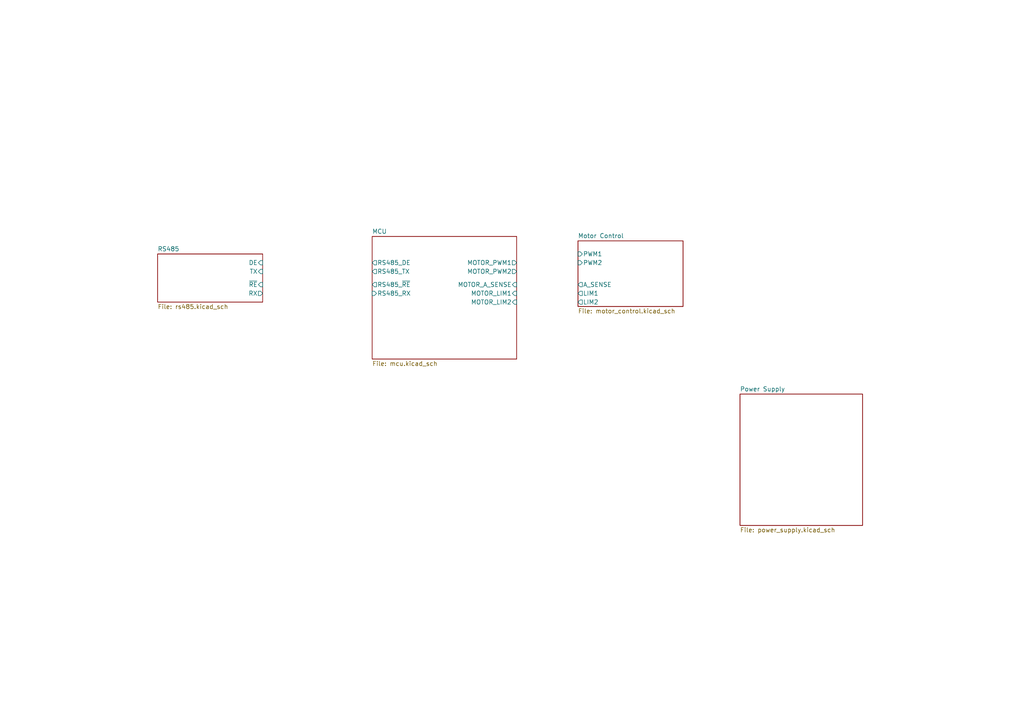
<source format=kicad_sch>
(kicad_sch
	(version 20250114)
	(generator "eeschema")
	(generator_version "9.0")
	(uuid "249dd5db-06ad-47dc-a5d6-b66af80e4bef")
	(paper "A4")
	(lib_symbols)
	(sheet
		(at 214.63 114.3)
		(size 35.56 38.1)
		(exclude_from_sim no)
		(in_bom yes)
		(on_board yes)
		(dnp no)
		(fields_autoplaced yes)
		(stroke
			(width 0.1524)
			(type solid)
		)
		(fill
			(color 0 0 0 0.0000)
		)
		(uuid "4a4145ca-611d-4918-8568-00cfbee98653")
		(property "Sheetname" "Power Supply"
			(at 214.63 113.5884 0)
			(effects
				(font
					(size 1.27 1.27)
				)
				(justify left bottom)
			)
		)
		(property "Sheetfile" "power_supply.kicad_sch"
			(at 214.63 152.9846 0)
			(effects
				(font
					(size 1.27 1.27)
				)
				(justify left top)
			)
		)
		(instances
			(project "BDCMotorControlBoard"
				(path "/249dd5db-06ad-47dc-a5d6-b66af80e4bef"
					(page "4")
				)
			)
		)
	)
	(sheet
		(at 107.95 68.58)
		(size 41.91 35.56)
		(exclude_from_sim no)
		(in_bom yes)
		(on_board yes)
		(dnp no)
		(fields_autoplaced yes)
		(stroke
			(width 0.1524)
			(type solid)
		)
		(fill
			(color 0 0 0 0.0000)
		)
		(uuid "5ebe7803-ce98-4e10-9271-b43661729d62")
		(property "Sheetname" "MCU"
			(at 107.95 67.8684 0)
			(effects
				(font
					(size 1.27 1.27)
				)
				(justify left bottom)
			)
		)
		(property "Sheetfile" "mcu.kicad_sch"
			(at 107.95 104.7246 0)
			(effects
				(font
					(size 1.27 1.27)
				)
				(justify left top)
			)
		)
		(pin "RS485_DE" output
			(at 107.95 76.2 180)
			(uuid "970be0e4-e0e8-4507-b1d9-b00e7ba52ed3")
			(effects
				(font
					(size 1.27 1.27)
				)
				(justify left)
			)
		)
		(pin "RS485_RX" input
			(at 107.95 85.09 180)
			(uuid "62dc01e8-4afd-4d53-ad2b-9f0305361a72")
			(effects
				(font
					(size 1.27 1.27)
				)
				(justify left)
			)
		)
		(pin "RS485_TX" output
			(at 107.95 78.74 180)
			(uuid "9d1a3e39-ebce-420e-afab-0a03b902e28c")
			(effects
				(font
					(size 1.27 1.27)
				)
				(justify left)
			)
		)
		(pin "RS485_~{RE}" output
			(at 107.95 82.55 180)
			(uuid "52dfb4b6-d4c3-4d81-be16-cab098e84d62")
			(effects
				(font
					(size 1.27 1.27)
				)
				(justify left)
			)
		)
		(pin "MOTOR_A_SENSE" input
			(at 149.86 82.55 0)
			(uuid "49ab1a42-a419-450c-940f-4e670f4ce5cd")
			(effects
				(font
					(size 1.27 1.27)
				)
				(justify right)
			)
		)
		(pin "MOTOR_PWM1" output
			(at 149.86 76.2 0)
			(uuid "e01d8f55-d524-4924-8702-59f768c52fd9")
			(effects
				(font
					(size 1.27 1.27)
				)
				(justify right)
			)
		)
		(pin "MOTOR_PWM2" output
			(at 149.86 78.74 0)
			(uuid "f8eb89d0-ba8a-488d-a333-8392e29784d3")
			(effects
				(font
					(size 1.27 1.27)
				)
				(justify right)
			)
		)
		(pin "MOTOR_LIM1" input
			(at 149.86 85.09 0)
			(uuid "e1f23ec9-c33c-4b10-88f4-3fb7212e1c3b")
			(effects
				(font
					(size 1.27 1.27)
				)
				(justify right)
			)
		)
		(pin "MOTOR_LIM2" input
			(at 149.86 87.63 0)
			(uuid "da409833-d643-4f4f-86d4-6c475fb57dda")
			(effects
				(font
					(size 1.27 1.27)
				)
				(justify right)
			)
		)
		(instances
			(project "BDCMotorControlBoard"
				(path "/249dd5db-06ad-47dc-a5d6-b66af80e4bef"
					(page "2")
				)
			)
		)
	)
	(sheet
		(at 167.64 69.85)
		(size 30.48 19.05)
		(exclude_from_sim no)
		(in_bom yes)
		(on_board yes)
		(dnp no)
		(fields_autoplaced yes)
		(stroke
			(width 0.1524)
			(type solid)
		)
		(fill
			(color 0 0 0 0.0000)
		)
		(uuid "83a46a74-20e5-45a4-9db6-7c0ecaae7ae9")
		(property "Sheetname" "Motor Control"
			(at 167.64 69.1384 0)
			(effects
				(font
					(size 1.27 1.27)
				)
				(justify left bottom)
			)
		)
		(property "Sheetfile" "motor_control.kicad_sch"
			(at 167.64 89.4846 0)
			(effects
				(font
					(size 1.27 1.27)
				)
				(justify left top)
			)
		)
		(pin "A_SENSE" output
			(at 167.64 82.55 180)
			(uuid "e953587d-1998-426a-a779-370d14ca60ec")
			(effects
				(font
					(size 1.27 1.27)
				)
				(justify left)
			)
		)
		(pin "PWM1" input
			(at 167.64 73.66 180)
			(uuid "a1a1307b-7992-4b0d-af72-92cd3364eff2")
			(effects
				(font
					(size 1.27 1.27)
				)
				(justify left)
			)
		)
		(pin "PWM2" input
			(at 167.64 76.2 180)
			(uuid "92474c6d-f3b7-4514-8e67-418964110e88")
			(effects
				(font
					(size 1.27 1.27)
				)
				(justify left)
			)
		)
		(pin "LIM1" output
			(at 167.64 85.09 180)
			(uuid "bcd364fa-64ed-4fd5-8ad1-060c35d9cd25")
			(effects
				(font
					(size 1.27 1.27)
				)
				(justify left)
			)
		)
		(pin "LIM2" output
			(at 167.64 87.63 180)
			(uuid "1c93f0db-ea13-4bc3-b2c7-73557e7334f2")
			(effects
				(font
					(size 1.27 1.27)
				)
				(justify left)
			)
		)
		(instances
			(project "BDCMotorControlBoard"
				(path "/249dd5db-06ad-47dc-a5d6-b66af80e4bef"
					(page "7")
				)
			)
		)
	)
	(sheet
		(at 45.72 73.66)
		(size 30.48 13.97)
		(exclude_from_sim no)
		(in_bom yes)
		(on_board yes)
		(dnp no)
		(fields_autoplaced yes)
		(stroke
			(width 0.1524)
			(type solid)
		)
		(fill
			(color 0 0 0 0.0000)
		)
		(uuid "d99f6078-db8e-492e-a407-99d18dce8a4c")
		(property "Sheetname" "RS485"
			(at 45.72 72.9484 0)
			(effects
				(font
					(size 1.27 1.27)
				)
				(justify left bottom)
			)
		)
		(property "Sheetfile" "rs485.kicad_sch"
			(at 45.72 88.2146 0)
			(effects
				(font
					(size 1.27 1.27)
				)
				(justify left top)
			)
		)
		(pin "DE" input
			(at 76.2 76.2 0)
			(uuid "d9405102-c0c1-41ec-8957-a75c54007527")
			(effects
				(font
					(size 1.27 1.27)
				)
				(justify right)
			)
		)
		(pin "RX" output
			(at 76.2 85.09 0)
			(uuid "27ebc4da-5670-461f-a147-c65c3d700725")
			(effects
				(font
					(size 1.27 1.27)
				)
				(justify right)
			)
		)
		(pin "TX" input
			(at 76.2 78.74 0)
			(uuid "9b7e9742-b682-416e-b26d-a3f84f6ea260")
			(effects
				(font
					(size 1.27 1.27)
				)
				(justify right)
			)
		)
		(pin "~{RE}" input
			(at 76.2 82.55 0)
			(uuid "a6e9a6fb-03d1-4aa4-af7d-242e468b8ce5")
			(effects
				(font
					(size 1.27 1.27)
				)
				(justify right)
			)
		)
		(instances
			(project "BDCMotorControlBoard"
				(path "/249dd5db-06ad-47dc-a5d6-b66af80e4bef"
					(page "5")
				)
			)
		)
	)
	(sheet_instances
		(path "/"
			(page "1")
		)
	)
	(embedded_fonts no)
)

</source>
